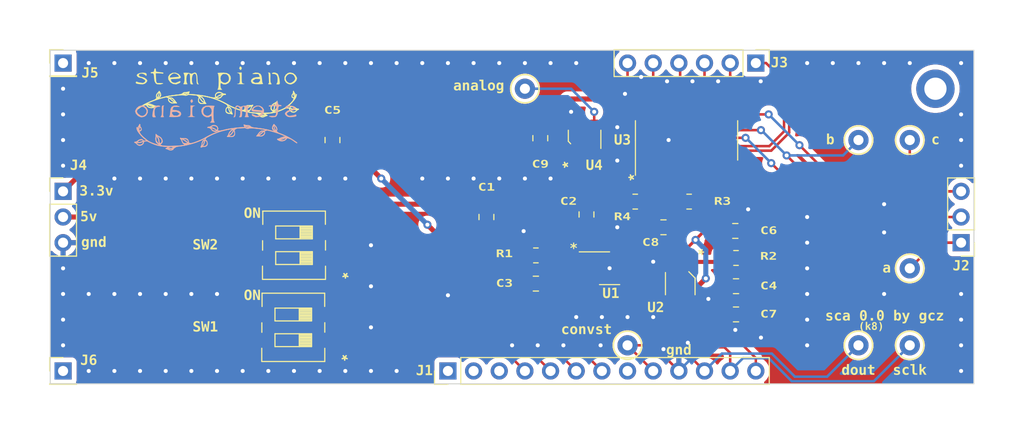
<source format=kicad_pcb>
(kicad_pcb (version 20240108) (generator "pcbnew") (generator_version "8.0")
  (layers (0 "F.Cu" signal) (31 "B.Cu" signal) (34 "B.Paste" user) (35 "F.Paste" user) (36 "B.SilkS" user "B.Silkscreen") (37 "F.SilkS" user "F.Silkscreen") (38 "B.Mask" user) (39 "F.Mask" user) (44 "Edge.Cuts" user))
  (net 0 "")
  (net 1 "Net-(C4-Pad2)")
  (net 2 "GND")
  (net 3 "Net-(J2-Pin_1)")
  (net 4 "Net-(J2-Pin_2)")
  (net 8 "Net-(J1-Pin_4)")
  (net 9 "Net-(J1-Pin_5)")
  (net 10 "Net-(J1-Pin_6)")
  (net 11 "Net-(J1-Pin_7)")
  (net 13 "Net-(J1-Pin_12)")
  (net 14 "Net-(J4-Pin_1)")
  (net 15 "Net-(J4-Pin_2)")
  (net 16 "Net-(J2-Pin_3)")
  (net 17 "Net-(J3-Pin_4)")
  (net 18 "Net-(J3-Pin_5)")
  (net 19 "Net-(J3-Pin_1)")
  (net 20 "Net-(J3-Pin_2)")
  (net 21 "Net-(J3-Pin_3)")
  (net 22 "Net-(U1-FLT)")
  (net 23 "Net-(U2-AINP)")
  (net 24 "Net-(U1-SS)")
  (net 25 "Net-(U1-OUT_F)")
  (net 26 "Net-(J3-Pin_6)")
  (net 27 "Net-(J1-Pin_9)")
  (net 28 "Net-(J1-Pin_11)")
  (net 31 "Net-(U3-COM)")
  (net 32 "Net-(J1-Pin_13)")
  (net 33 "Net-(U2-AINN)")
  (net 34 "Net-(U4-IN-)")
  (footprint "stem_piano_footprints:C_0805_2012_1.18x1.45mm_medpad" (layer "F.Cu") (at 150.368 77.578 180)
    (property "Reference" "C6" (at -3.302 0 180) (layer "F.SilkS") (effects (font (size 0.75 1) (thickness 0.15) (bold yes))))
    (property "Value" "1uF" (hide yes))
    (pad "1" smd roundrect (at -1.2 0 180) (size 1.5 1.35) (layers "F.Cu" "F.Paste" "F.Mask") (roundrect_rratio 0.213) (net 2 "GND"))
    (pad "2" smd roundrect (at 1.2 0 180) (size 1.5 1.35) (layers "F.Cu" "F.Paste" "F.Mask") (roundrect_rratio 0.213) (net 14 "Net-(J4-Pin_1)"))
  )
  (footprint "Connector_PinHeader_2.54mm:PinHeader_1x01_P2.54mm_Vertical" (layer "F.Cu") (at 83.82 60.96)
    (property "Reference" "J5" (at 2.667 1.016 0) (layer "F.SilkS") (effects (font (thickness 0.2) (bold yes))))
    (property "Value" "Conn_01x01_Pin")
    (pad "1" thru_hole rect (at 0 0) (size 1.7 1.7) (drill 1) (layers "*.Cu" "*.Mask"))
  )
  (footprint "stem_piano_footprints:SOT-23-5_medpad" (layer "F.Cu") (at 135.448 68.51 90)
    (property "Reference" "U4" (at -2.61 0.95 180) (layer "F.SilkS") (effects (font (thickness 0.2) (bold yes))))
    (property "Value" "THS4281" (hide yes))
    (fp_text user "*" (at -3 -1 90) (layer "F.SilkS") (effects (justify left bottom)))
    (pad "1" smd rect (at -1.2 -0.95 90) (size 1.5 0.6) (layers "F.Cu" "F.Paste" "F.Mask") (net 34 "Net-(U4-IN-)"))
    (pad "2" smd rect (at -1.2 0 90) (size 1.5 0.6) (layers "F.Cu" "F.Paste" "F.Mask") (net 2 "GND"))
    (pad "3" smd rect (at -1.2 0.95 90) (size 1.5 0.6) (layers "F.Cu" "F.Paste" "F.Mask") (net 31 "Net-(U3-COM)"))
    (pad "4" smd rect (at 1.2 0.95 90) (size 1.5 0.75) (layers "F.Cu" "F.Paste" "F.Mask") (net 34 "Net-(U4-IN-)"))
    (pad "5" smd rect (at 1.2 -0.95 90) (size 1.5 0.75) (layers "F.Cu" "F.Paste" "F.Mask") (net 14 "Net-(J4-Pin_1)"))
  )
  (footprint "stem_piano_footprints:C_0805_2012_1.18x1.45mm_medpad" (layer "F.Cu") (at 131.064 68.396 90)
    (property "Reference" "C9" (at -2.6 0 0) (layer "F.SilkS") (effects (font (size 0.75 1) (thickness 0.15) (bold yes))))
    (property "Value" "1uF" (hide yes))
    (pad "1" smd roundrect (at -1.2 0 90) (size 1.5 1.35) (layers "F.Cu" "F.Paste" "F.Mask") (roundrect_rratio 0.213) (net 2 "GND"))
    (pad "2" smd roundrect (at 1.2 0 90) (size 1.5 1.35) (layers "F.Cu" "F.Paste" "F.Mask") (roundrect_rratio 0.213) (net 14 "Net-(J4-Pin_1)"))
  )
  (footprint "stem_piano_footprints:C_0805_2012_1.18x1.45mm_medpad" (layer "F.Cu") (at 150.438 85.842)
    (property "Reference" "C7" (at 3.232 0 180) (layer "F.SilkS") (effects (font (size 0.75 1) (thickness 0.15) (bold yes))))
    (property "Value" "1uF" (hide yes))
    (pad "1" smd roundrect (at -1.2 0) (size 1.5 1.35) (layers "F.Cu" "F.Paste" "F.Mask") (roundrect_rratio 0.213) (net 14 "Net-(J4-Pin_1)"))
    (pad "2" smd roundrect (at 1.2 0) (size 1.5 1.35) (layers "F.Cu" "F.Paste" "F.Mask") (roundrect_rratio 0.213) (net 2 "GND"))
  )
  (footprint "stem_piano_footprints:R_0805_2012_1.20x1.40mm_medpad" (layer "F.Cu") (at 150.438 80.254 180)
    (property "Reference" "R2" (at -3.232 0.136 0) (layer "F.SilkS") (effects (font (size 0.75 1) (thickness 0.1875) (bold yes))))
    (property "Value" "small" (hide yes))
    (pad "1" smd roundrect (at -1.2 0 180) (size 1.5 1.35) (layers "F.Cu" "F.Paste" "F.Mask") (roundrect_rratio 0.208) (net 1 "Net-(C4-Pad2)"))
    (pad "2" smd roundrect (at 1.2 0 180) (size 1.5 1.35) (layers "F.Cu" "F.Paste" "F.Mask") (roundrect_rratio 0.208) (net 25 "Net-(U1-OUT_F)"))
  )
  (footprint "stem_piano_footprints:C_0805_2012_1.18x1.45mm_medpad" (layer "F.Cu") (at 130.626 82.794)
    (property "Reference" "C3" (at -3.118 0 180) (layer "F.SilkS") (effects (font (size 0.75 1) (thickness 0.15) (bold yes))))
    (property "Value" "1uF" (hide yes))
    (pad "1" smd roundrect (at -1.2 0) (size 1.5 1.35) (layers "F.Cu" "F.Paste" "F.Mask") (roundrect_rratio 0.213) (net 2 "GND"))
    (pad "2" smd roundrect (at 1.2 0) (size 1.5 1.35) (layers "F.Cu" "F.Paste" "F.Mask") (roundrect_rratio 0.213) (net 22 "Net-(U1-FLT)"))
  )
  (footprint "stem_piano_footprints:C_0805_2012_1.18x1.45mm_medpad" (layer "F.Cu") (at 135.636 75.946 90)
    (property "Reference" "C2" (at 1.27 -1.778 180) (layer "F.SilkS") (effects (font (size 0.75 1) (thickness 0.15) (bold yes))))
    (property "Value" "1uF" (hide yes))
    (pad "1" smd roundrect (at -1.2 0 90) (size 1.5 1.35) (layers "F.Cu" "F.Paste" "F.Mask") (roundrect_rratio 0.213) (net 15 "Net-(J4-Pin_2)"))
    (pad "2" smd roundrect (at 1.2 0 90) (size 1.5 1.35) (layers "F.Cu" "F.Paste" "F.Mask") (roundrect_rratio 0.213) (net 2 "GND"))
  )
  (footprint "stem_piano_footprints:VSSOP-8_3.0x3.0mm_P0.65mm_medpads" (layer "F.Cu") (at 137.922 81.27)
    (property "Reference" "U1" (at 0.127 2.531 0) (layer "F.SilkS") (effects (font (thickness 0.2) (bold yes))))
    (property "Value" "REF60XX")
    (pad "1" smd rect (at -2.3 -1.05 270) (size 0.6 1.65) (layers "F.Cu" "F.Paste" "F.Mask") (net 15 "Net-(J4-Pin_2)"))
    (pad "2" smd rect (at -2.3 -0.325 270) (size 0.45 1.65) (layers "F.Cu" "F.Paste" "F.Mask") (net 15 "Net-(J4-Pin_2)"))
    (pad "3" smd rect (at -2.3 0.325 270) (size 0.45 1.65) (layers "F.Cu" "F.Paste" "F.Mask") (net 24 "Net-(U1-SS)"))
    (pad "4" smd rect (at -2.3 1.05 270) (size 0.6 1.65) (layers "F.Cu" "F.Paste" "F.Mask") (net 22 "Net-(U1-FLT)"))
    (pad "5" smd rect (at 2.3 1.05 270) (size 0.6 1.65) (layers "F.Cu" "F.Paste" "F.Mask") (net 25 "Net-(U1-OUT_F)"))
    (pad "6" smd rect (at 2.3 0.325 270) (size 0.45 1.65) (layers "F.Cu" "F.Paste" "F.Mask") (net 25 "Net-(U1-OUT_F)"))
    (pad "7" smd rect (at 2.3 -0.325 270) (size 0.45 1.65) (layers "F.Cu" "F.Paste" "F.Mask") (net 2 "GND"))
    (pad "8" smd rect (at 2.3 -1.05 270) (size 0.6 1.65) (layers "F.Cu" "F.Paste" "F.Mask") (net 2 "GND"))
  )
  (footprint "Connector_PinHeader_2.54mm:PinHeader_1x01_P2.54mm_Vertical" (layer "F.Cu") (at 83.82 91.44)
    (property "Reference" "J6" (at 2.54 -1.016 0) (layer "F.SilkS") (effects (font (thickness 0.2) (bold yes))))
    (property "Value" "Conn_01x01_Pin")
    (pad "1" thru_hole rect (at 0 0) (size 1.7 1.7) (drill 1) (layers "*.Cu" "*.Mask"))
  )
  (footprint "Connector_PinHeader_2.54mm:PinHeader_1x13_P2.54mm_Vertical" (layer "F.Cu") (at 121.92 91.44 90)
    (property "Reference" "J1" (at 0 -2.33 180) (layer "F.SilkS") (effects (font (thickness 0.2) (bold yes))))
    (property "Value" "Conn_01x13_Pin")
    (pad "1" thru_hole rect (at 0 0 90) (size 1.7 1.7) (drill 1) (layers "*.Cu" "*.Mask"))
    (pad "2" thru_hole oval (at 0 2.54 90) (size 1.7 1.7) (drill 1) (layers "*.Cu" "*.Mask"))
    (pad "3" thru_hole oval (at 0 5.08 90) (size 1.7 1.7) (drill 1) (layers "*.Cu" "*.Mask"))
    (pad "4" thru_hole oval (at 0 7.62 90) (size 1.7 1.7) (drill 1) (layers "*.Cu" "*.Mask") (net 8 "Net-(J1-Pin_4)"))
    (pad "5" thru_hole oval (at 0 10.16 90) (size 1.7 1.7) (drill 1) (layers "*.Cu" "*.Mask") (net 9 "Net-(J1-Pin_5)"))
    (pad "6" thru_hole oval (at 0 12.7 90) (size 1.7 1.7) (drill 1) (layers "*.Cu" "*.Mask") (net 10 "Net-(J1-Pin_6)"))
    (pad "7" thru_hole oval (at 0 15.24 90) (size 1.7 1.7) (drill 1) (layers "*.Cu" "*.Mask") (net 11 "Net-(J1-Pin_7)"))
    (pad "8" thru_hole oval (at 0 17.78 90) (size 1.7 1.7) (drill 1) (layers "*.Cu" "*.Mask"))
    (pad "9" thru_hole oval (at 0 20.32 90) (size 1.7 1.7) (drill 1) (layers "*.Cu" "*.Mask") (net 27 "Net-(J1-Pin_9)"))
    (pad "10" thru_hole oval (at 0 22.86 90) (size 1.7 1.7) (drill 1) (layers "*.Cu" "*.Mask") (net 2 "GND"))
    (pad "11" thru_hole oval (at 0 25.4 90) (size 1.7 1.7) (drill 1) (layers "*.Cu" "*.Mask") (net 28 "Net-(J1-Pin_11)"))
    (pad "12" thru_hole oval (at 0 27.94 90) (size 1.7 1.7) (drill 1) (layers "*.Cu" "*.Mask") (net 13 "Net-(J1-Pin_12)"))
    (pad "13" thru_hole oval (at 0 30.48 90) (size 1.7 1.7) (drill 1) (layers "*.Cu" "*.Mask") (net 32 "Net-(J1-Pin_13)"))
  )
  (footprint "stem_piano_footprints:stem_branch_07_inch" (layer "F.Cu") (at 98.97781 65.049919)
    (property "Reference" "G***" (hide yes))
    (property "Value" "LOGO" (hide yes))
  )
  (footprint "stem_piano_footprints:R_0805_2012_1.20x1.40mm_medpad" (layer "F.Cu") (at 130.626 80)
    (property "Reference" "R1" (at -3.118 -0.136 0) (layer "F.SilkS") (effects (font (size 0.75 1) (thickness 0.1875) (bold yes))))
    (property "Value" "120K" (hide yes))
    (pad "1" smd roundrect (at -1.2 0) (size 1.5 1.35) (layers "F.Cu" "F.Paste" "F.Mask") (roundrect_rratio 0.208) (net 2 "GND"))
    (pad "2" smd roundrect (at 1.2 0) (size 1.5 1.35) (layers "F.Cu" "F.Paste" "F.Mask") (roundrect_rratio 0.208) (net 24 "Net-(U1-SS)"))
  )
  (footprint "TestPoint:TestPoint_Keystone_5000-5004_Miniature" (layer "F.Cu") (at 162.56 68.58)
    (property "Reference" "TP6" (hide yes))
    (property "Value" "b")
    (pad "1" thru_hole circle (at 0 0) (size 2 2) (drill 1) (layers "*.Cu" "*.Mask") (net 4 "Net-(J2-Pin_2)"))
  )
  (footprint "Connector_PinHeader_2.54mm:PinHeader_1x06_P2.54mm_Vertical" (layer "F.Cu") (at 152.4 60.96 -90)
    (property "Reference" "J3" (at 0 -2.33 180) (layer "F.SilkS") (effects (font (thickness 0.2) (bold yes))))
    (property "Value" "Conn_01x06_Pin")
    (pad "1" thru_hole rect (at 0 0 270) (size 1.7 1.7) (drill 1) (layers "*.Cu" "*.Mask") (net 19 "Net-(J3-Pin_1)"))
    (pad "2" thru_hole oval (at 0 2.54 270) (size 1.7 1.7) (drill 1) (layers "*.Cu" "*.Mask") (net 20 "Net-(J3-Pin_2)"))
    (pad "3" thru_hole oval (at 0 5.08 270) (size 1.7 1.7) (drill 1) (layers "*.Cu" "*.Mask") (net 21 "Net-(J3-Pin_3)"))
    (pad "4" thru_hole oval (at 0 7.62 270) (size 1.7 1.7) (drill 1) (layers "*.Cu" "*.Mask") (net 17 "Net-(J3-Pin_4)"))
    (pad "5" thru_hole oval (at 0 10.16 270) (size 1.7 1.7) (drill 1) (layers "*.Cu" "*.Mask") (net 18 "Net-(J3-Pin_5)"))
    (pad "6" thru_hole oval (at 0 12.7 270) (size 1.7 1.7) (drill 1) (layers "*.Cu" "*.Mask") (net 26 "Net-(J3-Pin_6)"))
  )
  (footprint "stem_piano_footprints:SW_DIP_SPSTx02_Slide_medpad" (layer "F.Cu") (at 106.608 87.122 180)
    (property "Reference" "SW1" (at 8.708 0 0) (layer "F.SilkS") (effects (font (thickness 0.2) (bold yes))))
    (property "Value" "SW_DIP_x02" (hide yes))
    (fp_text user "*" (at -5.57 -2.11 180) (layer "F.SilkS") (effects (justify left bottom)))
    (fp_text user "ON" (at 4.898 2.54 0) (layer "F.SilkS") (effects (font (thickness 0.2) (bold yes)) (justify left bottom)))
    (pad "1" smd rect (at -4.5 -1.27 180) (size 3 1) (layers "F.Cu" "F.Paste" "F.Mask") (net 8 "Net-(J1-Pin_4)"))
    (pad "2" smd rect (at -4.5 1.27 180) (size 3 1) (layers "F.Cu" "F.Paste" "F.Mask") (net 9 "Net-(J1-Pin_5)"))
    (pad "3" smd rect (at 4.5 1.27 180) (size 3 1) (layers "F.Cu" "F.Paste" "F.Mask") (net 2 "GND"))
    (pad "4" smd rect (at 4.5 -1.27 180) (size 3 1) (layers "F.Cu" "F.Paste" "F.Mask") (net 2 "GND"))
  )
  (footprint "stem_piano_footprints:R_0805_2012_1.20x1.40mm_medpad" (layer "F.Cu") (at 140.462 74.676 180)
    (property "Reference" "R4" (at 1.27 -1.524 0) (layer "F.SilkS") (effects (font (size 0.75 1) (thickness 0.1875) (bold yes))))
    (property "Value" "50" (hide yes))
    (pad "1" smd roundrect (at -1.2 0 180) (size 1.5 1.35) (layers "F.Cu" "F.Paste" "F.Mask") (roundrect_rratio 0.208) (net 33 "Net-(U2-AINN)"))
    (pad "2" smd roundrect (at 1.2 0 180) (size 1.5 1.35) (layers "F.Cu" "F.Paste" "F.Mask") (roundrect_rratio 0.208) (net 2 "GND"))
  )
  (footprint "stem_piano_footprints:VSSOP-10_medpad" (layer "F.Cu") (at 145.034 82.794 -90)
    (property "Reference" "U2" (at 2.404 2.54 0) (layer "F.SilkS") (effects (font (thickness 0.1) (bold yes))))
    (property "Value" "ADS8881" (hide yes))
    (fp_text user "*" (at -3.6 -1.05 -90) (layer "F.SilkS") (effects (justify left bottom)))
    (pad "1" smd rect (at -2.15 -1.2 180) (size 0.7 2) (layers "F.Cu" "F.Paste" "F.Mask") (net 25 "Net-(U1-OUT_F)"))
    (pad "2" smd rect (at -2.15 -0.5 180) (size 0.3 2) (layers "F.Cu" "F.Paste" "F.Mask") (net 14 "Net-(J4-Pin_1)"))
    (pad "3" smd rect (at -2.15 0 180) (size 0.3 2) (layers "F.Cu" "F.Paste" "F.Mask") (net 23 "Net-(U2-AINP)"))
    (pad "4" smd rect (at -2.15 0.5 180) (size 0.3 2) (layers "F.Cu" "F.Paste" "F.Mask") (net 33 "Net-(U2-AINN)"))
    (pad "5" smd rect (at -2.15 1.2 180) (size 0.7 2) (layers "F.Cu" "F.Paste" "F.Mask") (net 2 "GND"))
    (pad "6" smd rect (at 2.15 1.2 180) (size 0.7 2) (layers "F.Cu" "F.Paste" "F.Mask") (net 27 "Net-(J1-Pin_9)"))
    (pad "7" smd rect (at 2.15 0.5 180) (size 0.3 2) (layers "F.Cu" "F.Paste" "F.Mask") (net 28 "Net-(J1-Pin_11)"))
    (pad "8" smd rect (at 2.15 0 180) (size 0.3 2) (layers "F.Cu" "F.Paste" "F.Mask") (net 13 "Net-(J1-Pin_12)"))
    (pad "9" smd rect (at 2.15 -0.5 180) (size 0.3 2) (layers "F.Cu" "F.Paste" "F.Mask") (net 32 "Net-(J1-Pin_13)"))
    (pad "10" smd rect (at 2.15 -1.2 180) (size 0.7 2) (layers "F.Cu" "F.Paste" "F.Mask") (net 14 "Net-(J4-Pin_1)"))
  )
  (footprint "stem_piano_footprints:C_0805_2012_1.18x1.45mm_medpad" (layer "F.Cu") (at 125.73 76.2 -90)
    (property "Reference" "C1" (at -2.921 0 0) (layer "F.SilkS") (effects (font (size 0.75 1) (thickness 0.15) (bold yes))))
    (property "Value" "10uF" (hide yes))
    (pad "1" smd roundrect (at -1.2 0 270) (size 1.5 1.35) (layers "F.Cu" "F.Paste" "F.Mask") (roundrect_rratio 0.213) (net 15 "Net-(J4-Pin_2)"))
    (pad "2" smd roundrect (at 1.2 0 270) (size 1.5 1.35) (layers "F.Cu" "F.Paste" "F.Mask") (roundrect_rratio 0.213) (net 2 "GND"))
  )
  (footprint "TestPoint:TestPoint_Keystone_5000-5004_Miniature" (layer "F.Cu") (at 139.7 88.9)
    (property "Reference" "TP5" (hide yes))
    (property "Value" "convst" (at -4.064 -1.524 0) (layer "F.SilkS") (effects (font (thickness 0.2) (bold yes))))
    (pad "1" thru_hole circle (at 0 0) (size 2 2) (drill 1) (layers "*.Cu" "*.Mask") (net 27 "Net-(J1-Pin_9)"))
  )
  (footprint "MountingHole:MountingHole_2.2mm_M2_DIN965_Pad_TopBottom" (layer "F.Cu") (at 170.18 63.5)
    (property "Reference" "H1" (hide yes))
    (property "Value" "MountingHole")
    (pad "1" thru_hole circle (at 0 0) (size 2.6 2.6) (drill 2.2) (layers "*.Cu" "*.Mask"))
    (pad "1" connect circle (at 0 0) (size 3.8 3.8) (layers "F.Cu" "F.Mask"))
    (pad "1" connect circle (at 0 0) (size 3.8 3.8) (layers "B.Cu" "B.Mask"))
  )
  (footprint "stem_piano_footprints:SW_DIP_SPSTx02_Slide_medpad" (layer "F.Cu") (at 106.68 78.994 180)
    (property "Reference" "SW2" (at 8.78 0 0) (layer "F.SilkS") (effects (font (thickness 0.2) (bold yes))))
    (property "Value" "SW_DIP_x02" (hide yes))
    (fp_text user "*" (at -5.57 -2.11 180) (layer "F.SilkS") (effects (justify left bottom)))
    (fp_text user "ON" (at 4.97 2.54 0) (layer "F.SilkS") (effects (font (thickness 0.2) (bold yes)) (justify left bottom)))
    (pad "1" smd rect (at -4.5 -1.27 180) (size 3 1) (layers "F.Cu" "F.Paste" "F.Mask") (net 10 "Net-(J1-Pin_6)"))
    (pad "2" smd rect (at -4.5 1.27 180) (size 3 1) (layers "F.Cu" "F.Paste" "F.Mask") (net 11 "Net-(J1-Pin_7)"))
    (pad "3" smd rect (at 4.5 1.27 180) (size 3 1) (layers "F.Cu" "F.Paste" "F.Mask") (net 2 "GND"))
    (pad "4" smd rect (at 4.5 -1.27 180) (size 3 1) (layers "F.Cu" "F.Paste" "F.Mask") (net 2 "GND"))
  )
  (footprint "TestPoint:TestPoint_Keystone_5000-5004_Miniature" (layer "F.Cu") (at 167.64 88.9)
    (property "Reference" "TP3" (hide yes))
    (property "Value" "sclk" (at 0 2.5 0) (layer "F.SilkS") (effects (font (thickness 0.2) (bold yes))))
    (pad "1" thru_hole circle (at 0 0) (size 2 2) (drill 1) (layers "*.Cu" "*.Mask") (net 13 "Net-(J1-Pin_12)"))
  )
  (footprint "Connector_PinHeader_2.54mm:PinHeader_1x03_P2.54mm_Vertical" (layer "F.Cu") (at 172.72 78.74 180)
    (property "Reference" "J2" (at 0 -2.33 0) (layer "F.SilkS") (effects (font (thickness 0.2) (bold yes))))
    (property "Value" "Conn_01x03_Pin")
    (pad "1" thru_hole rect (at 0 0 180) (size 1.7 1.7) (drill 1) (layers "*.Cu" "*.Mask") (net 3 "Net-(J2-Pin_1)"))
    (pad "2" thru_hole oval (at 0 2.54 180) (size 1.7 1.7) (drill 1) (layers "*.Cu" "*.Mask") (net 4 "Net-(J2-Pin_2)"))
    (pad "3" thru_hole oval (at 0 5.08 180) (size 1.7 1.7) (drill 1) (layers "*.Cu" "*.Mask") (net 16 "Net-(J2-Pin_3)"))
  )
  (footprint "TestPoint:TestPoint_Keystone_5000-5004_Miniature" (layer "F.Cu") (at 129.54 63.5)
    (property "Reference" "TP1" (hide yes))
    (property "Value" "analog" (at -4.572 -0.254 0) (layer "F.SilkS") (effects (font (thickness 0.2) (bold yes))))
    (pad "1" thru_hole circle (at 0 0) (size 2 2) (drill 1) (layers "*.Cu" "*.Mask") (net 34 "Net-(U4-IN-)"))
  )
  (footprint "stem_piano_footprints:stem_name_07_inch" (layer "F.Cu") (at 99.13 62.53)
    (property "Reference" "G***" (hide yes))
    (property "Value" "LOGO" (hide yes))
  )
  (footprint "TestPoint:TestPoint_Keystone_5000-5004_Miniature" (layer "F.Cu") (at 162.56 88.9)
    (property "Reference" "TP4" (hide yes))
    (property "Value" "dout" (at 0 2.5 0) (layer "F.SilkS") (effects (font (thickness 0.2) (bold yes))))
    (pad "1" thru_hole circle (at 0 0) (size 2 2) (drill 1) (layers "*.Cu" "*.Mask") (net 28 "Net-(J1-Pin_11)"))
  )
  (footprint "stem_piano_footprints:R_0805_2012_1.20x1.40mm_medpad" (layer "F.Cu") (at 145.796 74.676)
    (property "Reference" "R3" (at 3.302 0 180) (layer "F.SilkS") (effects (font (size 0.75 1) (thickness 0.1875) (bold yes))))
    (property "Value" "50" (hide yes))
    (pad "1" smd roundrect (at -1.2 0) (size 1.5 1.35) (layers "F.Cu" "F.Paste" "F.Mask") (roundrect_rratio 0.208) (net 34 "Net-(U4-IN-)"))
    (pad "2" smd roundrect (at 1.2 0) (size 1.5 1.35) (layers "F.Cu" "F.Paste" "F.Mask") (roundrect_rratio 0.208) (net 23 "Net-(U2-AINP)"))
  )
  (footprint "stem_piano_footprints:SOIC-16_3.9x9.9mm_P1.27mm_medpad" (layer "F.Cu") (at 145.542 68.615 90)
    (property "Reference" "U3" (at 0 -6.35 180) (layer "F.SilkS") (effects (font (thickness 0.2) (bold yes))))
    (property "Value" "SN74LV4051")
    (fp_text user "*" (at -4.14 -4.57 90) (layer "F.SilkS") (effects (justify left bottom)))
    (pad "1" smd rect (at -2.575 -4.445 90) (size 2.15 0.7) (layers "F.Cu" "F.Paste" "F.Mask") (net 2 "GND"))
    (pad "2" smd rect (at -2.575 -3.175 90) (size 2.15 0.7) (layers "F.Cu" "F.Paste" "F.Mask") (net 2 "GND"))
    (pad "3" smd rect (at -2.575 -1.905 90) (size 2.15 0.7) (layers "F.Cu" "F.Paste" "F.Mask") (net 31 "Net-(U3-COM)"))
    (pad "4" smd rect (at -2.575 -0.635 90) (size 2.15 0.7) (layers "F.Cu" "F.Paste" "F.Mask") (net 20 "Net-(J3-Pin_2)"))
    (pad "5" smd rect (at -2.575 0.635 90) (size 2.15 0.7) (layers "F.Cu" "F.Paste" "F.Mask") (net 19 "Net-(J3-Pin_1)"))
    (pad "6" smd rect (at -2.575 1.905 90) (size 2.15 0.7) (layers "F.Cu" "F.Paste" "F.Mask") (net 2 "GND"))
    (pad "7" smd rect (at -2.575 3.175 90) (size 2.15 0.7) (layers "F.Cu" "F.Paste" "F.Mask") (net 2 "GND"))
    (pad "8" smd rect (at -2.575 4.445 90) (size 2.15 0.7) (layers "F.Cu" "F.Paste" "F.Mask") (net 2 "GND"))
    (pad "9" smd rect (at 2.575 4.445 90) (size 2.15 0.7) (layers "F.Cu" "F.Paste" "F.Mask") (net 16 "Net-(J2-Pin_3)"))
    (pad "10" smd rect (at 2.575 3.175 90) (size 2.15 0.7) (layers "F.Cu" "F.Paste" "F.Mask") (net 4 "Net-(J2-Pin_2)"))
    (pad "11" smd rect (at 2.575 1.905 90) (size 2.15 0.7) (layers "F.Cu" "F.Paste" "F.Mask") (net 3 "Net-(J2-Pin_1)"))
    (pad "12" smd rect (at 2.575 0.635 90) (size 2.15 0.7) (layers "F.Cu" "F.Paste" "F.Mask") (net 21 "Net-(J3-Pin_3)"))
    (pad "13" smd rect (at 2.575 -0.635 90) (size 2.15 0.7) (layers "F.Cu" "F.Paste" "F.Mask") (net 17 "Net-(J3-Pin_4)"))
    (pad "14" smd rect (at 2.575 -1.905 90) (size 2.15 0.7) (layers "F.Cu" "F.Paste" "F.Mask") (net 18 "Net-(J3-Pin_5)"))
    (pad "15" smd rect (at 2.575 -3.175 90) (size 2.15 0.7) (layers "F.Cu" "F.Paste" "F.Mask") (net 26 "Net-(J3-Pin_6)"))
    (pad "16" smd rect (at 2.575 -4.445 90) (size 2.15 0.7) (layers "F.Cu" "F.Paste" "F.Mask") (net 14 "Net-(J4-Pin_1)"))
  )
  (footprint "TestPoint:TestPoint_Keystone_5000-5004_Miniature" (layer "F.Cu") (at 167.64 81.28)
    (property "Reference" "TP2" (hide yes))
    (property "Value" "a")
    (pad "1" thru_hole circle (at 0 0) (size 2 2) (drill 1) (layers "*.Cu" "*.Mask") (net 3 "Net-(J2-Pin_1)"))
  )
  (footprint "TestPoint:TestPoint_Keystone_5000-5004_Miniature" (layer "F.Cu") (at 167.64 68.58)
    (property "Reference" "TP7" (hide yes))
    (property "Value" "c")
    (pad "1" thru_hole circle (at 0 0) (size 2 2) (drill 1) (layers "*.Cu" "*.Mask") (net 16 "Net-(J2-Pin_3)"))
  )
  (footprint "stem_piano_footprints:C_0805_2012_1.18x1.45mm_medpad" (layer "F.Cu") (at 110.49 68.58 -90)
    (property "Reference" "C5" (at -2.921 0 0) (layer "F.SilkS") (effects (font (size 0.75 1) (thickness 0.15) (bold yes))))
    (property "Value" "10uF" (hide yes))
    (pad "1" smd roundrect (at -1.2 0 270) (size 1.5 1.35) (layers "F.Cu" "F.Paste" "F.Mask") (roundrect_rratio 0.213) (net 14 "Net-(J4-Pin_1)"))
    (pad "2" smd roundrect (at 1.2 0 270) (size 1.5 1.35) (layers "F.Cu" "F.Paste" "F.Mask") (roundrect_rratio 0.213) (net 2 "GND"))
  )
  (footprint "stem_piano_footprints:C_0805_2012_1.18x1.45mm_medpad" (layer "F.Cu") (at 143.256 77.216)
    (property "Reference" "C8" (at -1.27 1.524 180) (layer "F.SilkS") (effects (font (size 0.75 1) (thickness 0.15) (bold yes))))
    (property "Value" "500pF" (hide yes))
    (pad "1" smd roundrect (at -1.2 0) (size 1.5 1.35) (layers "F.Cu" "F.Paste" "F.Mask") (roundrect_rratio 0.213) (net 33 "Net-(U2-AINN)"))
    (pad "2" smd roundrect (at 1.2 0) (size 1.5 1.35) (layers "F.Cu" "F.Paste" "F.Mask") (roundrect_rratio 0.213) (net 23 "Net-(U2-AINP)"))
  )
  (footprint "Connector_PinHeader_2.54mm:PinHeader_1x03_P2.54mm_Vertical" (layer "F.Cu") (at 83.82 73.66)
    (property "Reference" "J4" (at 1.524 -2.54 0) (layer "F.SilkS") (effects (font (thickness 0.2) (bold yes))))
    (property "Value" "Conn_01x03_Pin")
    (pad "1" thru_hole rect (at 0 0) (size 1.7 1.7) (drill 1) (layers "*.Cu" "*.Mask") (net 14 "Net-(J4-Pin_1)"))
    (pad "2" thru_hole oval (at 0 2.54) (size 1.7 1.7) (drill 1) (layers "*.Cu" "*.Mask") (net 15 "Net-(J4-Pin_2)"))
    (pad "3" thru_hole oval (at 0 5.08) (size 1.7 1.7) (drill 1) (layers "*.Cu" "*.Mask") (net 2 "GND"))
  )
  (footprint "stem_piano_footprints:C_0805_2012_1.18x1.45mm_medpad" (layer "F.Cu") (at 150.438 83.048)
    (property "Reference" "C4" (at 3.232 0 180) (layer "F.SilkS") (effects (font (size 0.75 1) (thickness 0.15) (bold yes))))
    (property "Value" "47uF" (hide yes))
    (pad "1" smd roundrect (at -1.2 0) (size 1.5 1.35) (layers "F.Cu" "F.Paste" "F.Mask") (roundrect_rratio 0.213) (net 2 "GND"))
    (pad "2" smd roundrect (at 1.2 0) (size 1.5 1.35) (layers "F.Cu" "F.Paste" "F.Mask") (roundrect_rratio 0.213) (net 1 "Net-(C4-Pad2)"))
  )
  (footprint "stem_piano_footprints:stem_branch_07_inch" (layer "B.Cu") (at 99.06 68.326 180)
    (property "Reference" "G***" (hide yes))
    (property "Value" "LOGO" (hide yes))
  )
  (footprint "stem_piano_footprints:stem_name_07_inch" (layer "B.Cu") (at 98.806 65.786 180)
    (property "Reference" "G***" (hide yes))
    (property "Value" "LOGO" (hide yes))
  )
  (gr_rect (start 82.55 59.69) (end 173.99 92.71) (stroke (width 0.1)) (fill none) (layer "Edge.Cuts"))
  (gr_text "gnd" (at 86.868 78.74 0) (layer "F.SilkS") (effects (font (size 1 1) (thickness 0.2) (bold yes))))
  (gr_text "(k8)" (at 162.56 87.5 0) (layer "F.SilkS") (effects (font (size 0.75 0.75) (thickness 0.1) (bold yes)) (justify left bottom)))
  (gr_text "sca 0.0 by gcz" (at 159.258 86.614 0) (layer "F.SilkS") (effects (font (size 1 1) (thickness 0.2) (bold yes)) (justify left bottom)))
  (gr_text "a" (at 165.354 81.28 0) (layer "F.SilkS") (effects (font (size 1 1) (thickness 0.2) (bold yes))))
  (gr_text "3.3v" (at 87.122 73.66 0) (layer "F.SilkS") (effects (font (size 1 1) (thickness 0.2) (bold yes))))
  (gr_text "gnd" (at 144.78 89.408 0) (layer "F.SilkS") (effects (font (size 1 1) (thickness 0.2) (bold yes))))
  (gr_text "b" (at 159.766 68.58 0) (layer "F.SilkS") (effects (font (size 1 1) (thickness 0.2) (bold yes))))
  (gr_text "*" (at 134.366 79.356 0) (layer "F.SilkS") (effects (font (size 1 1) (thickness 0.2) (bold yes))))
  (gr_text "c" (at 170.18 68.58 0) (layer "F.SilkS") (effects (font (size 1 1) (thickness 0.2) (bold yes))))
  (gr_text "5v" (at 86.36 76.2 0) (layer "F.SilkS") (effects (font (size 1 1) (thickness 0.2) (bold yes))))
  (segment (start 151.638 80.254) (end 151.638 83.048) (width 0.4) (layer "F.Cu") (net 1))
  (segment (start 139.7 69.342) (end 138.684 70.358) (width 0.25) (layer "F.Cu") (net 2))
  (segment (start 138.684 70.358) (end 138.684 70.612) (width 0.25) (layer "F.Cu") (net 2))
  (segment (start 140.462 69.342) (end 139.7 69.342) (width 0.25) (layer "F.Cu") (net 2))
  (segment (start 143.834 80.08) (end 142.494 78.74) (width 0.25) (layer "F.Cu") (net 2))
  (segment (start 144.78 91.44) (end 143.256 89.916) (width 0.25) (layer "F.Cu") (net 2))
  (segment (start 143.256 89.916) (end 143.256 89.281) (width 0.25) (layer "F.Cu") (net 2))
  (segment (start 141.097 71.19) (end 141.097 69.977) (width 0.25) (layer "F.Cu") (net 2))
  (segment (start 140.222 80.945) (end 141.921 80.945) (width 0.4) (layer "F.Cu") (net 2))
  (segment (start 135.448 70.71) (end 136.112 71.374) (width 0.25) (layer "F.Cu") (net 2))
  (segment (start 136.112 71.374) (end 137.922 71.374) (width 0.25) (layer "F.Cu") (net 2))
  (segment (start 142.494 78.74) (end 140.208 78.74) (width 0.25) (layer "F.Cu") (net 2))
  (segment (start 141.097 69.977) (end 140.462 69.342) (width 0.25) (layer "F.Cu") (net 2))
  (segment (start 137.922 71.374) (end 138.684 70.612) (width 0.25) (layer "F.Cu") (net 2))
  (segment (start 140.208 78.74) (end 138.684 77.216) (width 0.25) (layer "F.Cu") (net 2))
  (segment (start 142.367 70.231) (end 141.478 69.342) (width 0.25) (layer "F.Cu") (net 2))
  (segment (start 138.247 80.945) (end 137.922 81.27) (width 0.4) (layer "F.Cu") (net 2))
  (segment (start 140.222 80.945) (end 138.247 80.945) (width 0.4) (layer "F.Cu") (net 2))
  (segment (start 141.921 80.945) (end 142.24 80.626) (width 0.4) (layer "F.Cu") (net 2))
  (segment (start 142.367 71.19) (end 142.367 70.231) (width 0.25) (layer "F.Cu") (net 2))
  (segment (start 141.478 69.342) (end 140.462 69.342) (width 0.25) (layer "F.Cu") (net 2))
  (segment (start 143.834 80.644) (end 143.834 80.08) (width 0.25) (layer "F.Cu") (net 2))
  (segment (start 135.448 69.71) (end 135.448 70.71) (width 0.25) (layer "F.Cu") (net 2))
  (via (at 129.413 77.597) (size 0.8) (drill 0.4) (layers "F.Cu" "B.Cu") (net 2))
  (via (at 119.38 60.96) (size 0.8) (drill 0.4) (layers "F.Cu" "B.Cu") (net 2))
  (via (at 106.68 60.96) (size 0.8) (drill 0.4) (layers "F.Cu" "B.Cu") (net 2))
  (via (at 114.3 60.96) (size 0.8) (drill 0.4) (layers "F.Cu" "B.Cu") (net 2))
  (via (at 114.3 83.058) (size 0.8) (drill 0.4) (layers "F.Cu" "B.Cu") (net 2))
  (via (at 147.701 84.309) (size 0.8) (drill 0.4) (layers "F.Cu" "B.Cu") (net 2))
  (via (at 157.48 83.82) (size 0.8) (drill 0.4) (layers "F.Cu" "B.Cu") (net 2))
  (via (at 104.14 60.96) (size 0.8) (drill 0.4) (layers "F.Cu" "B.Cu") (net 2))
  (via (at 104.14 91.44) (size 0.8) (drill 0.4) (layers "F.Cu" "B.Cu") (net 2))
  (via (at 99.06 91.44) (size 0.8) (drill 0.4) (layers "F.Cu" "B.Cu") (net 2))
  (via (at 157.48 81.28) (size 0.8) (drill 0.4) (layers "F.Cu" "B.Cu") (net 2))
  (via (at 121.92 83.947) (size 0.8) (drill 0.4) (layers "F.Cu" "B.Cu") (net 2))
  (via (at 152.8826 62.7634) (size 0.8) (drill 0.4) (layers "F.Cu" "B.Cu") (net 2))
  (via (at 83.82 71.12) (size 0.8) (drill 0.4) (layers "F.Cu" "B.Cu") (net 2))
  (via (at 93.98 91.44) (size 0.8) (drill 0.4) (layers "F.Cu" "B.Cu") (net 2))
  (via (at 165.1 74.93) (size 0.8) (drill 0.4) (layers "F.Cu" "B.Cu") (net 2))
  (via (at 150.368 87.376) (size 0.8) (drill 0.4) (layers "F.Cu" "B.Cu") (net 2))
  (via (at 139.7 86.106) (size 0.8) (drill 0.4) (layers "F.Cu" "B.Cu") (net 2))
  (via (at 109.22 91.44) (size 0.8) (drill 0.4) (layers "F.Cu" "B.Cu") (net 2))
  (via (at 172.72 83.82) (size 0.8) (drill 0.4) (layers "F.Cu" "B.Cu") (net 2))
  (via (at 91.44 83.82) (size 0.8) (drill 0.4) (layers "F.Cu" "B.Cu") (net 2))
  (via (at 138.684 67.31) (size 0.8) (drill 0.4) (layers "F.Cu" "B.Cu") (net 2))
  (via (at 96.52 83.82) (size 0.8) (drill 0.4) (layers "F.Cu" "B.Cu") (net 2))
  (via (at 160.02 60.96) (size 0.8) (drill 0.4) (layers "F.Cu" "B.Cu") (net 2))
  (via (at 88.9 91.44) (size 0.8) (drill 0.4) (layers "F.Cu" "B.Cu") (net 2))
  (via (at 99.06 72.39) (size 0.8) (drill 0.4) (layers "F.Cu" "B.Cu") (net 2))
  (via (at 165.1 83.82) (size 0.8) (drill 0.4) (layers "F.Cu" "B.Cu") (net 2))
  (via (at 124.46 72.39) (size 0.8) (drill 0.4) (layers "F.Cu" "B.Cu") (net 2))
  (via (at 111.76 60.96) (size 0.8) (drill 0.4) (layers "F.Cu" "B.Cu") (net 2))
  (via (at 106.68 91.44) (size 0.8) (drill 0.4) (layers "F.Cu" "B.Cu") (net 2))
  (via (at 148.6662 62.7634) (size 0.8) (drill 0.4) (layers "F.Cu" "B.Cu") (net 2))
  (via (at 172.72 68.58) (size 0.8) (drill 0.4) (layers "F.Cu" "B.Cu") (net 2))
  (via (at 114.3 87.122) (size 0.8) (drill 0.4) (layers "F.Cu" "B.Cu") (net 2))
  (via (at 134.62 60.96) (size 0.8) (drill 0.4) (layers "F.Cu" "B.Cu") (net 2))
  (via (at 96.52 91.44) (size 0.8) (drill 0.4) (layers "F.Cu" "B.Cu") (net 2))
  (via (at 83.82 86.36) (size 0.8) (drill 0.4) (layers "F.Cu" "B.Cu") (net 2))
  (via (at 162.56 60.96) (size 0.8) (drill 0.4) (layers "F.Cu" "B.Cu") (net 2))
  (via (at 109.22 60.96) (size 0.8) (drill 0.4) (layers "F.Cu" "B.Cu") (net 2))
  (via (at 116.84 91.44) (size 0.8) (drill 0.4) (layers "F.Cu" "B.Cu") (net 2))
  (via (at 128.27 88.9) (size 0.8) (drill 0.4) (layers "F.Cu" "B.Cu") (net 2))
  (via (at 83.82 66.04) (size 0.8) (drill 0.4) (layers "F.Cu" "B.Cu") (net 2))
  (via (at 129.54 60.96) (size 0.8) (drill 0.4) (layers "F.Cu" "B.Cu") (net 2))
  (via (at 172.72 91.44) (size 0.8) (drill 0.4) (layers "F.Cu" "B.Cu") (net 2))
  (via (at 91.44 91.44) (size 0.8) (drill 0.4) (layers "F.Cu" "B.Cu") (net 2))
  (via (at 137.922 81.27) (size 0.8) (drill 0.4) (layers "F.Cu" "B.Cu") (net 2))
  (via (at 93.98 83.82) (size 0.8) (drill 0.4) (layers "F.Cu" "B.Cu") (net 2))
  (via (at 129.54 72.39) (size 0.8) (drill 0.4) (layers "F.Cu" "B.Cu") (net 2))
  (via (at 127 60.96) (size 0.8) (drill 0.4) (layers "F.Cu" "B.Cu") (net 2))
  (via (at 96.52 60.96) (size 0.8) (drill 0.4) (layers "F.Cu" "B.Cu") (net 2))
  (via (at 88.9 72.39) (size 0.8) (drill 0.4) (layers "F.Cu" "B.Cu") (net 2))
  (via (at 137.033 88.9) (size 0.8) (drill 0.4) (layers "F.Cu" "B.Cu") (net 2))
  (via (at 109.22 72.39) (size 0.8) (drill 0.4) (layers "F.Cu" "B.Cu") (net 2))
  (via (at 83.82 63.5) (size 0.8) (drill 0.4) (layers "F.Cu" "B.Cu") (net 2))
  (via (at 134.112 65.786) (size 0.8) (drill 0.4) (layers "F.Cu" "B.Cu") (net 2))
  (via (at 132.08 72.39) (size 0.8) (drill 0.4) (layers "F.Cu" "B.Cu") (net 2))
  (via (at 101.6 91.44) (size 0.8) (drill 0.4) (layers "F.Cu" "B.Cu") (net 2))
  (via (at 152.908 88.138) (size 0.8) (drill 0.4) (layers "F.Cu" "B.Cu") (net 2))
  (via (at 157.48 60.96) (size 0.8) (drill 0.4) (layers "F.Cu" "B.Cu") (net 2))
  (via (at 99.06 60.96) (size 0.8) (drill 0.4) (layers "F.Cu" "B.Cu") (net 2))
  (via (at 91.44 72.39) (size 0.8) (drill 0.4) (layers "F.Cu" "B.Cu") (net 2))
  (via (at 130.81 88.9) (size 0.8) (drill 0.4) (layers "F.Cu" "B.Cu") (net 2))
  (via (at 138.684 77.216) (size 0.8) (drill 0.4) (layers "F.Cu" "B.Cu") (net 2))
  (via (at 172.72 88.9) (size 0.8) (drill 0.4) (layers "F.Cu" "B.Cu") (net 2))
  (via (at 142.24 80.626) (size 0.8) (drill 0.4) (layers "F.Cu" "B.Cu") (net 2))
  (via (at 133.35 88.9) (size 0.8) (drill 0.4) (layers "F.Cu" "B.Cu") (net 2))
  (via (at 88.9 83.82) (size 0.8) (drill 0.4) (layers "F.Cu" "B.Cu") (net 2))
  (via (at 139.446 64.008) (size 0.8) (drill 0.4) (layers "F.Cu" "B.Cu") (net 2))
  (via (at 142.24 86.106) (size 0.8) (drill 0.4) (layers "F.Cu" "B.Cu") (net 2))
  (via (at 121.92 60.96) (size 0.8) (drill 0.4) (layers "F.Cu" "B.Cu") (net 2))
  (via (at 143.6116 62.7634) (size 0.8) (drill 0.4) (layers "F.Cu" "B.Cu") (net 2))
  (via (at 157.48 86.36) (size 0.8) (drill 0.4) (layers "F.Cu" "B.Cu") (net 2))
  (via (at 116.84 60.96) (size 0.8) (drill 0.4) (layers "F.Cu" "B.Cu") (net 2))
  (via (at 157.48 78.74) (size 0.8) (drill 0.4) (layers "F.Cu" "B.Cu") (net 2))
  (via (at 99.06 83.82) (size 0.8) (drill 0.4) (layers "F.Cu" "B.Cu") (net 2))
  (via (at 91.44 60.96) (size 0.8) (drill 0.4) (layers "F.Cu" "B.Cu") (net 2))
  (via (at 172.72 66.04) (size 0.8) (drill 0.4) (layers "F.Cu" "B.Cu") (net 2))
  (via (at 83.82 83.82) (size 0.8) (drill 0.4) (layers "F.Cu" "B.Cu") (net 2))
  (via (at 172.72 60.96) (size 0.8) (drill 0.4) (layers "F.Cu" "B.Cu") (net 2))
  (via (at 141.0462 62.3316) (size 0.8) (drill 0.4) (layers "F.Cu" "B.Cu") (net 2))
  (via (at 86.36 83.82) (size 0.8) (drill 0.4) (layers "F.Cu" "B.Cu") (net 2))
  (via (at 165.1 77.724) (size 0.8) (drill 0.4) (layers "F.Cu" "B.Cu") (net 2))
  (via (at 138.684 70.612) (size 0.8) (drill 0.4) (layers "F.Cu" "B.Cu") (net 2))
  (via (at 127 72.39) (size 0.8) (drill 0.4) (layers "F.Cu" "B.Cu") (net 2))
  (via (at 101.6 60.96) (size 0.8) (drill 0.4) (layers "F.Cu" "B.Cu") (net 2))
  (via (at 157.48 76.2) (size 0.8) (drill 0.4) (layers "F.Cu" "B.Cu") (net 2))
  (via (at 121.92 72.39) (size 0.8) (drill 0.4) (layers "F.Cu" "B.Cu") (net 2))
  (via (at 111.76 91.44) (size 0.8) (drill 0.4) (layers "F.Cu" "B.Cu") (net 2))
  (via (at 96.52 72.39) (size 0.8) (drill 0.4) (layers "F.Cu" "B.Cu") (net 2))
  (via (at 86.36 60.96) (size 0.8) (drill 0.4) (layers "F.Cu" "B.Cu") (net 2))
  (via (at 132.08 60.96) (size 0.8) (drill 0.4) (layers "F.Cu" "B.Cu") (net 2))
  (via (at 114.3 78.994) (size 0.8) (drill 0.4) (layers "F.Cu" "B.Cu") (net 2))
  (via (at 134.62 86.106) (size 0.8) (drill 0.4) (layers "F.Cu" "B.Cu") (net 2))
  (via (at 101.6 72.39) (size 0.8) (drill 0.4) (layers "F.Cu" "B.Cu") (net 2))
  (via (at 146.1262 62.7634) (size 0.8) (drill 0.4) (layers "F.Cu" "B.Cu") (net 2))
  (via (at 137.16 86.106) (size 0.8) (drill 0.4) (layers "F.Cu" "B.Cu") (net 2))
  (via (at 111.76 72.39) (size 0.8) (drill 0.4) (layers "F.Cu" "B.Cu") (net 2))
  (via (at 83.82 68.58) (size 0.8) (drill 0.4) (layers "F.Cu" "B.Cu") (net 2))
  (via (at 88.9 60.96) (size 0.8) (drill 0.4) (layers "F.Cu" "B.Cu") (net 2))
  (via (at 114.3 91.44) (size 0.8) (drill 0.4) (layers "F.Cu" "B.Cu") (net 2))
  (via (at 145.669 88.646) (size 0.8) (drill 0.4) (layers "F.Cu" "B.Cu") (net 2))
  (via (at 93.98 72.39) (size 0.8) (drill 0.4) (layers "F.Cu" "B.Cu") (net 2))
  (via (at 167.64 60.96) (size 0.8) (drill 0.4) (layers "F.Cu" "B.Cu") (net 2))
  (via (at 104.14 72.39) (size 0.8) (drill 0.4) (layers "F.Cu" "B.Cu") (net 2))
  (via (at 143.764 68.58) (size 0.8) (drill 0.4) (layers "F.Cu" "B.Cu") (net 2))
  (via (at 83.82 81.28) (size 0.8) (drill 0.4) (layers "F.Cu" "B.Cu") (net 2))
  (via (at 124.46 60.96) (size 0.8) (drill 0.4) (layers "F.Cu" "B.Cu") (net 2))
  (via (at 93.98 60.96) (size 0.8) (drill 0.4) (layers "F.Cu" "B.Cu") (net 2))
  (via (at 172.72 86.36) (size 0.8) (drill 0.4) (layers "F.Cu" "B.Cu") (net 2))
  (via (at 106.68 72.39) (size 0.8) (drill 0.4) (layers "F.Cu" "B.Cu") (net 2))
  (via (at 157.48 88.9) (size 0.8) (drill 0.4) (layers "F.Cu" "B.Cu") (net 2))
  (via (at 172.72 71.12) (size 0.8) (drill 0.4) (layers "F.Cu" "B.Cu") (net 2))
  (via (at 83.82 88.9) (size 0.8) (drill 0.4) (layers "F.Cu" "B.Cu") (net 2))
  (via (at 143.256 89.281) (size 0.8) (drill 0.4) (layers "F.Cu" "B.Cu") (net 2))
  (via (at 151.638 75.438) (size 0.8) (drill 0.4) (layers "F.Cu" "B.Cu") (net 2))
  (via (at 165.1 60.96) (size 0.8) (drill 0.4) (layers "F.Cu" "B.Cu") (net 2))
  (via (at 86.36 91.44) (size 0.8) (drill 0.4) (layers "F.Cu" "B.Cu") (net 2))
  (via (at 119.38 72.39) (size 0.8) (drill 0.4) (layers "F.Cu" "B.Cu") (net 2))
  (segment (start 145.796 88.773) (end 145.669 88.646) (width 0.25) (layer "B.Cu") (net 2))
  (segment (start 145.796 90.424) (end 145.796 88.773) (width 0.25) (layer "B.Cu") (net 2))
  (segment (start 144.78 91.44) (end 145.796 90.424) (width 0.25) (layer "B.Cu") (net 2))
  (segment (start 167.64 81.28) (end 170.18 78.74) (width 0.25) (layer "F.Cu") (net 3))
  (segment (start 161.798 78.74) (end 172.72 78.74) (width 0.25) (layer "F.Cu") (net 3))
  (segment (start 170.18 78.74) (end 172.72 78.74) (width 0.25) (layer "F.Cu") (net 3))
  (segment (start 147.447 66.765) (end 147.447 66.04) (width 0.25) (layer "F.Cu") (net 3))
  (segment (start 158.496 75.438) (end 161.798 78.74) (width 0.25) (layer "F.Cu") (net 3))
  (segment (start 149.043 68.361) (end 147.447 66.765) (width 0.25) (layer "F.Cu") (net 3))
  (segment (start 153.924 70.866) (end 158.496 75.438) (width 0.25) (layer "F.Cu") (net 3))
  (segment (start 151.384 68.361) (end 149.043 68.361) (width 0.25) (layer "F.Cu") (net 3))
  (via (at 153.924 70.866) (size 0.8) (drill 0.4) (layers "F.Cu" "B.Cu") (net 3))
  (via (at 151.384 68.361) (size 0.8) (drill 0.4) (layers "F.Cu" "B.Cu") (net 3))
  (segment (start 151.419 68.361) (end 153.924 70.866) (width 0.25) (layer "B.Cu") (net 3))
  (segment (start 151.384 68.361) (end 151.419 68.361) (width 0.25) (layer "B.Cu") (net 3))
  (segment (start 148.717 66.765) (end 148.717 66.04) (width 0.25) (layer "F.Cu") (net 4))
  (segment (start 155.448 70.104) (end 161.544 76.2) (width 0.25) (layer "F.Cu") (net 4))
  (segment (start 161.544 76.2) (end 172.72 76.2) (width 0.25) (layer "F.Cu") (net 4))
  (segment (start 149.551 67.599) (end 148.717 66.765) (width 0.25) (layer "F.Cu") (net 4))
  (segment (start 152.908 67.599) (end 149.551 67.599) (width 0.25) (layer "F.Cu") (net 4))
  (via (at 155.448 70.104) (size 0.8) (drill 0.4) (layers "F.Cu" "B.Cu") (net 4))
  (via (at 152.908 67.599) (size 0.8) (drill 0.4) (layers "F.Cu" "B.Cu") (net 4))
  (segment (start 152.908 67.599) (end 152.943 67.599) (width 0.25) (layer "B.Cu") (net 4))
  (segment (start 155.448 70.104) (end 161.036 70.104) (width 0.25) (layer "B.Cu") (net 4))
  (segment (start 152.943 67.599) (end 155.448 70.104) (width 0.25) (layer "B.Cu") (net 4))
  (segment (start 161.036 70.104) (end 162.56 68.58) (width 0.25) (layer "B.Cu") (net 4))
  (segment (start 126.492 88.392) (end 111.108 88.392) (width 0.25) (layer "F.Cu") (net 8))
  (segment (start 129.54 91.44) (end 126.492 88.392) (width 0.25) (layer "F.Cu") (net 8))
  (segment (start 119.126 87.942) (end 117.036 85.852) (width 0.25) (layer "F.Cu") (net 9))
  (segment (start 132.08 91.44) (end 128.582 87.942) (width 0.25) (layer "F.Cu") (net 9))
  (segment (start 128.582 87.942) (end 119.126 87.942) (width 0.25) (layer "F.Cu") (net 9))
  (segment (start 117.036 85.852) (end 111.108 85.852) (width 0.25) (layer "F.Cu") (net 9))
  (segment (start 117.602 85.781604) (end 117.602 81.788) (width 0.25) (layer "F.Cu") (net 10))
  (segment (start 117.602 81.788) (end 116.078 80.264) (width 0.25) (layer "F.Cu") (net 10))
  (segment (start 116.078 80.264) (end 111.18 80.264) (width 0.25) (layer "F.Cu") (net 10))
  (segment (start 119.312396 87.492) (end 117.602 85.781604) (width 0.25) (layer "F.Cu") (net 10))
  (segment (start 130.672 87.492) (end 119.312396 87.492) (width 0.25) (layer "F.Cu") (net 10))
  (segment (start 134.62 91.44) (end 130.672 87.492) (width 0.25) (layer "F.Cu") (net 10))
  (segment (start 119.498792 87.042) (end 118.11 85.653208) (width 0.25) (layer "F.Cu") (net 11))
  (segment (start 118.11 79.825) (end 116.009 77.724) (width 0.25) (layer "F.Cu") (net 11))
  (segment (start 118.11 85.653208) (end 118.11 79.825) (width 0.25) (layer "F.Cu") (net 11))
  (segment (start 116.009 77.724) (end 111.18 77.724) (width 0.25) (layer "F.Cu") (net 11))
  (segment (start 132.762 87.042) (end 119.498792 87.042) (width 0.25) (layer "F.Cu") (net 11))
  (segment (start 137.16 91.44) (end 132.762 87.042) (width 0.25) (layer "F.Cu") (net 11))
  (segment (start 147.349604 89.096) (end 145.034 86.780396) (width 0.25) (layer "F.Cu") (net 13))
  (segment (start 149.86 91.44) (end 149.86 89.662) (width 0.25) (layer "F.Cu") (net 13))
  (segment (start 149.86 89.662) (end 149.294 89.096) (width 0.25) (layer "F.Cu") (net 13))
  (segment (start 149.294 89.096) (end 147.349604 89.096) (width 0.25) (layer "F.Cu") (net 13))
  (segment (start 145.034 86.780396) (end 145.034 84.944) (width 0.25) (layer "F.Cu") (net 13))
  (segment (start 155.956 92.456) (end 164.084 92.456) (width 0.25) (layer "B.Cu") (net 13))
  (segment (start 151.13 90.17) (end 153.67 90.17) (width 0.25) (layer "B.Cu") (net 13))
  (segment (start 164.084 92.456) (end 167.64 88.9) (width 0.25) (layer "B.Cu") (net 13))
  (segment (start 153.67 90.17) (end 155.956 92.456) (width 0.25) (layer "B.Cu") (net 13))
  (segment (start 149.86 91.44) (end 151.13 90.17) (width 0.25) (layer "B.Cu") (net 13))
  (segment (start 146.304 84.944) (end 146.234 84.944) (width 0.25) (layer "F.Cu") (net 14))
  (segment (start 147.066 85.706) (end 146.304 84.944) (width 0.4) (layer "F.Cu") (net 14))
  (segment (start 134.498 67.31) (end 131.178 67.31) (width 0.5) (layer "F.Cu") (net 14))
  (segment (start 145.534 79.344) (end 145.534 80.644) (width 0.3) (layer "F.Cu") (net 14))
  (segment (start 110.122 67.196) (end 131.064 67.196) (width 0.5) (layer "F.Cu") (net 14))
  (segment (start 115.316 72.39) (end 110.122 67.196) (width 0.5) (layer "F.Cu") (net 14))
  (segment (start 149.168 77.578) (end 147.3 77.578) (width 0.3) (layer "F.Cu") (net 14))
  (segment (start 90.284 67.196) (end 83.82 73.66) (width 0.5) (layer "F.Cu") (net 14))
  (segment (start 146.234 83.49) (end 147.447 82.277) (width 0.5) (layer "F.Cu") (net 14))
  (segment (start 131.178 67.31) (end 131.064 67.196) (width 0.25) (layer "F.Cu") (net 14))
  (segment (start 147.3 77.578) (end 145.534 79.344) (width 0.3) (layer "F.Cu") (net 14))
  (segment (start 127.508 84.582) (end 119.888 76.962) (width 0.5) (layer "F.Cu") (net 14))
  (segment (start 133.744 64.516) (end 137.922 64.516) (width 0.5) (layer "F.Cu") (net 14))
  (segment (start 142.494 83.166) (end 141.078 84.582) (width 0.5) (layer "F.Cu") (net 14))
  (segment (start 145.91 83.166) (end 142.494 83.166) (width 0.5) (layer "F.Cu") (net 14))
  (segment (start 110.122 67.196) (end 90.284 67.196) (width 0.5) (layer "F.Cu") (net 14))
  (segment (start 146.234 84.944) (end 146.234 83.49) (width 0.4) (layer "F.Cu") (net 14))
  (segment (start 146.234 83.49) (end 145.91 83.166) (width 0.5) (layer "F.Cu") (net 14))
  (segment (start 131.064 67.196) (end 133.744 64.516) (width 0.5) (layer "F.Cu") (net 14))
  (segment (start 137.922 64.516) (end 139.446 66.04) (width 0.5) (layer "F.Cu") (net 14))
  (segment (start 139.446 66.04) (end 141.097 66.04) (width 0.5) (layer "F.Cu") (net 14))
  (segment (start 141.078 84.582) (end 127.508 84.582) (width 0.5) (layer "F.Cu") (net 14))
  (segment (start 149.102 85.706) (end 147.066 85.706) (width 0.4) (layer "F.Cu") (net 14))
  (via (at 146.431 78.467) (size 0.8) (drill 0.4) (layers "F.Cu" "B.Cu") (net 14))
  (via (at 115.316 72.39) (size 0.8) (drill 0.4) (layers "F.Cu" "B.Cu") (net 14))
  (via (at 147.447 82.277) (size 0.8) (drill 0.4) (layers "F.Cu" "B.Cu") (net 14))
  (via (at 119.888 76.962) (size 0.8) (drill 0.4) (layers "F.Cu" "B.Cu") (net 14))
  (segment (start 147.447 82.277) (end 147.447 79.483) (width 0.5) (layer "B.Cu") (net 14))
  (segment (start 119.888 76.962) (end 115.316 72.39) (width 0.5) (layer "B.Cu") (net 14))
  (segment (start 147.447 79.483) (end 146.431 78.467) (width 0.5) (layer "B.Cu") (net 14))
  (segment (start 131.562 77.206) (end 129.286 74.93) (width 0.5) (layer "F.Cu") (net 15))
  (segment (start 135.128 80.9885) (end 135.128 80.2635) (width 0.25) (layer "F.Cu") (net 15))
  (segment (start 135.452 77.206) (end 131.562 77.206) (width 0.5) (layer "F.Cu") (net 15))
  (segment (start 136.144 80.945) (end 136.144 80.22) (width 0.25) (layer "F.Cu") (net 15))
  (segment (start 97.466 76.2) (end 83.82 76.2) (width 0.5) (layer "F.Cu") (net 15))
  (segment (start 98.736 74.93) (end 97.466 76.2) (width 0.5) (layer "F.Cu") (net 15))
  (segment (start 135.622 77.376) (end 135.622 80.22) (width 0.5) (layer "F.Cu") (net 15))
  (segment (start 129.286 74.93) (end 98.736 74.93) (width 0.5) (layer "F.Cu") (net 15))
  (segment (start 135.452 77.206) (end 135.622 77.376) (width 0.25) (layer "F.Cu") (net 15))
  (segment (start 170.942 73.66) (end 167.64 70.358) (width 0.25) (layer "F.Cu") (net 16))
  (segment (start 161.29 73.66) (end 171.704 73.66) (width 0.25) (layer "F.Cu") (net 16))
  (segment (start 171.704 73.66) (end 170.942 73.66) (width 0.25) (layer "F.Cu") (net 16))
  (segment (start 153.635 66.04) (end 149.987 66.04) (width 0.25) (layer "F.Cu") (net 16))
  (segment (start 156.718 69.088) (end 161.036 73.406) (width 0.25) (layer "F.Cu") (net 16))
  (segment (start 171.704 73.66) (end 172.72 73.66) (width 0.25) (layer "F.Cu") (net 16))
  (segment (start 161.036 73.406) (end 161.29 73.66) (width 0.25) (layer "F.Cu") (net 16))
  (segment (start 167.64 70.358) (end 167.64 68.58) (width 0.25) (layer "F.Cu") (net 16))
  (via (at 153.67 66.04) (size 0.8) (drill 0.4) (layers "F.Cu" "B.Cu") (net 16))
  (via (at 156.718 69.088) (size 0.8) (drill 0.4) (layers "F.Cu" "B.Cu") (net 16))
  (segment (start 153.67 66.04) (end 156.718 69.088) (width 0.25) (layer "B.Cu") (net 16))
  (segment (start 144.907 61.087) (end 144.78 60.96) (width 0.25) (layer "F.Cu") (net 17))
  (segment (start 144.907 66.04) (end 144.907 61.087) (width 0.25) (layer "F.Cu") (net 17))
  (segment (start 143.637 64.643) (end 142.24 63.246) (width 0.25) (layer "F.Cu") (net 18))
  (segment (start 143.637 66.04) (end 143.637 64.643) (width 0.25) (layer "F.Cu") (net 18))
  (segment (start 142.24 63.246) (end 142.24 60.96) (width 0.25) (layer "F.Cu") (net 18))
  (segment (start 153.416 60.96) (end 152.4 60.96) (width 0.25) (layer "F.Cu") (net 19))
  (segment (start 147.011 69.631) (end 153.924 69.631) (width 0.25) (layer "F.Cu") (net 19))
  (segment (start 146.177 71.19) (end 146.177 70.465) (width 0.25) (layer "F.Cu") (net 19))
  (segment (start 155.702 63.246) (end 153.416 60.96) (width 0.25) (layer "F.Cu") (net 19))
  (segment (start 155.702 67.853) (end 155.702 63.246) (width 0.25) (layer "F.Cu") (net 19))
  (segment (start 153.924 69.631) (end 155.702 67.853) (width 0.25) (layer "F.Cu") (net 19))
  (segment (start 146.177 70.465) (end 147.011 69.631) (width 0.25) (layer "F.Cu") (net 19))
  (segment (start 153.924 64.008) (end 155.194 65.278) (width 0.25) (layer "F.Cu") (net 20))
  (segment (start 151.638 64.008) (end 153.924 64.008) (width 0.25) (layer "F.Cu") (net 20))
  (segment (start 155.194 65.278) (end 155.194 67.724604) (width 0.25) (layer "F.Cu") (net 20))
  (segment (start 146.191 69.181) (end 144.907 70.465) (width 0.25) (layer "F.Cu") (net 20))
  (segment (start 149.86 60.96) (end 149.86 62.23) (width 0.25) (layer "F.Cu") (net 20))
  (segment (start 155.194 67.724604) (end 153.737604 69.181) (width 0.25) (layer "F.Cu") (net 20))
  (segment (start 149.86 62.23) (end 151.638 64.008) (width 0.25) (layer "F.Cu") (net 20))
  (segment (start 144.907 70.465) (end 144.907 71.19) (width 0.25) (layer "F.Cu") (net 20))
  (segment (start 153.737604 69.181) (end 146.191 69.181) (width 0.25) (layer "F.Cu") (net 20))
  (segment (start 147.32 63.754) (end 147.32 60.96) (width 0.25) (layer "F.Cu") (net 21))
  (segment (start 146.177 64.897) (end 147.32 63.754) (width 0.25) (layer "F.Cu") (net 21))
  (segment (start 146.177 66.04) (end 146.177 64.897) (width 0.25) (layer "F.Cu") (net 21))
  (segment (start 134.332 82.32) (end 135.622 82.32) (width 0.25) (layer "F.Cu") (net 22))
  (segment (start 131.826 82.794) (end 133.858 82.794) (width 0.25) (layer "F.Cu") (net 22))
  (segment (start 133.858 82.794) (end 134.332 82.32) (width 0.25) (layer "F.Cu") (net 22))
  (segment (start 144.456 77.216) (end 146.996 74.676) (width 0.25) (layer "F.Cu") (net 23))
  (segment (start 145.034 80.644) (end 145.034 77.794) (width 0.25) (layer "F.Cu") (net 23))
  (segment (start 145.034 77.794) (end 144.456 77.216) (width 0.25) (layer "F.Cu") (net 23))
  (segment (start 132.842 80) (end 134.437 81.595) (width 0.25) (layer "F.Cu") (net 24))
  (segment (start 131.826 80) (end 132.842 80) (width 0.25) (layer "F.Cu") (net 24))
  (segment (start 134.437 81.595) (end 135.622 81.595) (width 0.25) (layer "F.Cu") (net 24))
  (segment (start 148.848 80.644) (end 149.238 80.254) (width 0.25) (layer "F.Cu") (net 25))
  (segment (start 146.234 80.644) (end 148.848 80.644) (width 0.4) (layer "F.Cu") (net 25))
  (segment (start 141.007 81.595) (end 141.732 82.32) (width 0.4) (layer "F.Cu") (net 25))
  (segment (start 146.234 81.894) (end 146.234 80.644) (width 0.4) (layer "F.Cu") (net 25))
  (segment (start 140.222 82.32) (end 141.732 82.32) (width 0.4) (layer "F.Cu") (net 25))
  (segment (start 145.808 82.32) (end 146.234 81.894) (width 0.4) (layer "F.Cu") (net 25))
  (segment (start 141.732 82.32) (end 145.808 82.32) (width 0.4) (layer "F.Cu") (net 25))
  (segment (start 140.222 81.595) (end 141.007 81.595) (width 0.4) (layer "F.Cu") (net 25))
  (segment (start 139.7 62.484) (end 139.7 60.96) (width 0.25) (layer "F.Cu") (net 26))
  (segment (start 142.367 66.04) (end 142.367 65.151) (width 0.25) (layer "F.Cu") (net 26))
  (segment (start 142.367 65.151) (end 139.7 62.484) (width 0.25) (layer "F.Cu") (net 26))
  (segment (start 143.834 86.544) (end 143.834 84.944) (width 0.25) (layer "F.Cu") (net 27))
  (segment (start 139.7 88.9) (end 141.478 88.9) (width 0.25) (layer "F.Cu") (net 27))
  (segment (start 139.7 88.9) (end 142.24 91.44) (width 0.25) (layer "F.Cu") (net 27))
  (segment (start 141.478 88.9) (end 143.834 86.544) (width 0.25) (layer "F.Cu") (net 27))
  (segment (start 144.534 88.654) (end 144.534 85.344) (width 0.25) (layer "F.Cu") (net 28))
  (segment (start 147.32 91.44) (end 144.534 88.654) (width 0.25) (layer "F.Cu") (net 28))
  (segment (start 147.32 91.44) (end 149.04 89.72) (width 0.25) (layer "B.Cu") (net 28))
  (segment (start 149.04 89.72) (end 153.982 89.72) (width 0.25) (layer "B.Cu") (net 28))
  (segment (start 156.268 92.006) (end 159.454 92.006) (width 0.25) (layer "B.Cu") (net 28))
  (segment (start 159.454 92.006) (end 162.56 88.9) (width 0.25) (layer "B.Cu") (net 28))
  (segment (start 153.982 89.72) (end 156.268 92.006) (width 0.25) (layer "B.Cu") (net 28))
  (segment (start 142.006 68.834) (end 137.414 68.834) (width 0.25) (layer "F.Cu") (net 31))
  (segment (start 136.538 69.71) (end 136.398 69.71) (width 0.25) (layer "F.Cu") (net 31))
  (segment (start 143.637 71.19) (end 143.637 70.465) (width 0.25) (layer "F.Cu") (net 31))
  (segment (start 137.414 68.834) (end 136.538 69.71) (width 0.25) (layer "F.Cu") (net 31))
  (segment (start 143.637 70.465) (end 142.006 68.834) (width 0.25) (layer "F.Cu") (net 31))
  (segment (start 145.534 86.498) (end 145.534 84.944) (width 0.25) (layer "F.Cu") (net 32))
  (segment (start 147.682 88.646) (end 145.534 86.498) (width 0.25) (layer "F.Cu") (net 32))
  (segment (start 150.876 88.646) (end 147.682 88.646) (width 0.25) (layer "F.Cu") (net 32))
  (segment (start 152.4 90.17) (end 150.876 88.646) (width 0.25) (layer "F.Cu") (net 32))
  (segment (start 152.4 91.44) (end 152.4 90.17) (width 0.25) (layer "F.Cu") (net 32))
  (segment (start 142.056 77.216) (end 142.056 75.07) (width 0.25) (layer "F.Cu") (net 33))
  (segment (start 142.406 77.216) (end 142.056 77.216) (width 0.25) (layer "F.Cu") (net 33))
  (segment (start 144.534 79.344) (end 142.406 77.216) (width 0.25) (layer "F.Cu") (net 33))
  (segment (start 142.056 75.07) (end 141.662 74.676) (width 0.25) (layer "F.Cu") (net 33))
  (segment (start 144.534 80.644) (end 144.534 79.344) (width 0.25) (layer "F.Cu") (net 33))
  (segment (start 136.94 73.152) (end 134.498 70.71) (width 0.25) (layer "F.Cu") (net 34))
  (segment (start 136.398 67.31) (end 136.398 65.786) (width 0.25) (layer "F.Cu") (net 34))
  (segment (start 134.498 70.71) (end 134.498 69.71) (width 0.25) (layer "F.Cu") (net 34))
  (segment (start 136.148 67.31) (end 136.398 67.31) (width 0.25) (layer "F.Cu") (net 34))
  (segment (start 134.498 68.96) (end 136.148 67.31) (width 0.25) (layer "F.Cu") (net 34))
  (segment (start 144.526 74.676) (end 143.002 73.152) (width 0.25) (layer "F.Cu") (net 34))
  (segment (start 144.596 74.676) (end 144.526 74.676) (width 0.25) (layer "F.Cu") (net 34))
  (segment (start 134.498 69.71) (end 134.498 68.96) (width 0.25) (layer "F.Cu") (net 34))
  (segment (start 143.002 73.152) (end 136.94 73.152) (width 0.25) (layer "F.Cu") (net 34))
  (via (at 136.398 65.786) (size 0.8) (drill 0.4) (layers "F.Cu" "B.Cu") (net 34))
  (segment (start 134.112 63.5) (end 129.54 63.5) (width 0.25) (layer "B.Cu") (net 34))
  (segment (start 136.398 65.786) (end 134.112 63.5) (width 0.25) (layer "B.Cu") (net 34))
  (zone (net 2) (net_name "GND") (layers "F&B.Cu") (connect_pads (clearance 0.5)) (min_thickness 0.25) (fill yes (thermal_gap 0.5) (thermal_bridge_width 0.5))
    (polygon (pts (xy 78.74 55.88) (xy 177.8 55.88) (xy 177.8 96.52) (xy 78.74 96.52)))
  )
)
</source>
